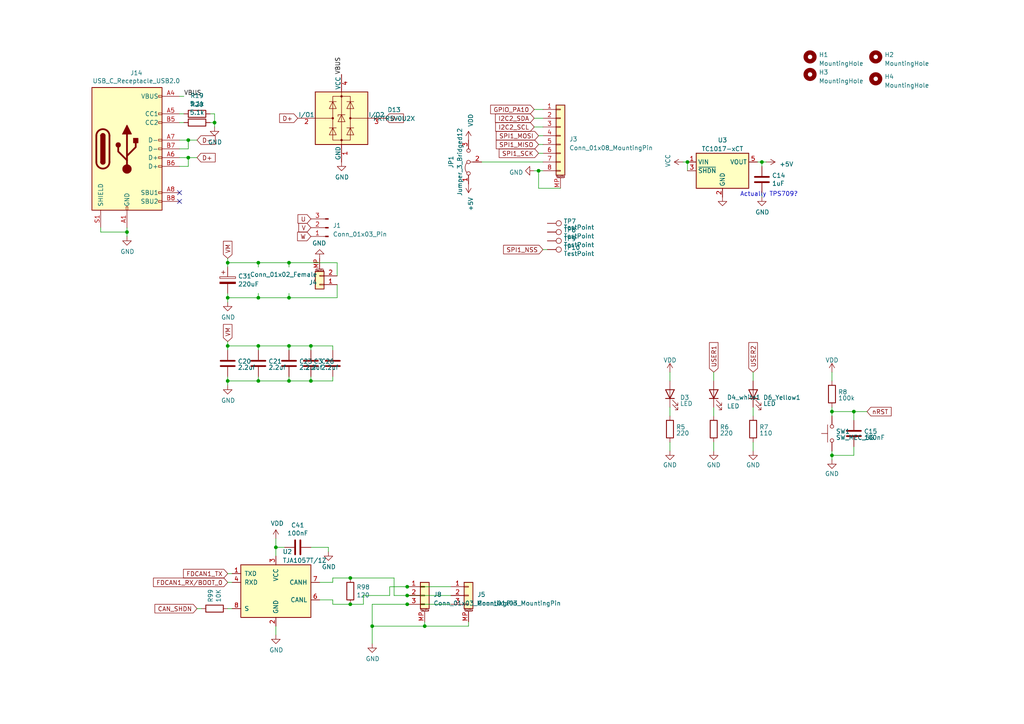
<source format=kicad_sch>
(kicad_sch (version 20230121) (generator eeschema)
  (paper "A4")
  (lib_symbols
    (symbol "Connector:Conn_01x03_Pin" (pin_names (offset 1.016) hide)
      (property "Reference" "J" (at 0 5.08 0))
      (property "Value" "Conn_01x03_Pin" (at 0 -5.08 0))
      (symbol "Conn_01x03_Pin_1_1"
        (polyline (pts (xy 1.27 -2.54) (xy 0.8636 -2.54)) (stroke (width 0.1524)))
        (polyline (pts (xy 1.27 0) (xy 0.8636 0)) (stroke (width 0.1524)))
        (polyline (pts (xy 1.27 2.54) (xy 0.8636 2.54)) (stroke (width 0.1524)))
        (rectangle (start 0.8636 -2.413) (end 0 -2.667) (stroke (width 0.1524)) (fill (type outline)))
        (rectangle (start 0.8636 0.127) (end 0 -0.127) (stroke (width 0.1524)) (fill (type outline)))
        (rectangle (start 0.8636 2.667) (end 0 2.413) (stroke (width 0.1524)) (fill (type outline)))
        (pin passive line (at 5.08 2.54 180) (length 3.81) (name "Pin_1") (number "1"))
        (pin passive line (at 5.08 0 180) (length 3.81) (name "Pin_2") (number "2"))
        (pin passive line (at 5.08 -2.54 180) (length 3.81) (name "Pin_3") (number "3"))
      )
    )
    (symbol "Connector:TestPoint" (pin_numbers hide) (pin_names (offset 0.762) hide)
      (property "Reference" "TP" (at 0 6.858 0))
      (property "Value" "TestPoint" (at 0 5.08 0))
      (symbol "TestPoint_0_1"
        (circle (center 0 3.302) (radius 0.762))
      )
      (symbol "TestPoint_1_1"
        (pin passive line (at 0 0 90) (length 2.54) (name "1") (number "1"))
      )
    )
    (symbol "Connector:USB_C_Receptacle_USB2.0" (pin_names (offset 1.016))
      (property "Reference" "J" (at -10.16 19.05 0))
      (property "Value" "USB_C_Receptacle_USB2.0" (at 19.05 19.05 0))
      (symbol "USB_C_Receptacle_USB2.0_0_0"
        (rectangle (start -0.254 -17.78) (end 0.254 -16.764))
        (rectangle (start 10.16 -14.986) (end 9.144 -15.494))
        (rectangle (start 10.16 -12.446) (end 9.144 -12.954))
        (rectangle (start 10.16 -4.826) (end 9.144 -5.334))
        (rectangle (start 10.16 -2.286) (end 9.144 -2.794))
        (rectangle (start 10.16 0.254) (end 9.144 -0.254))
        (rectangle (start 10.16 2.794) (end 9.144 2.286))
        (rectangle (start 10.16 7.874) (end 9.144 7.366))
        (rectangle (start 10.16 10.414) (end 9.144 9.906))
        (rectangle (start 10.16 15.494) (end 9.144 14.986))
      )
      (symbol "USB_C_Receptacle_USB2.0_0_1"
        (rectangle (start -10.16 17.78) (end 10.16 -17.78) (stroke (width 0.254)) (fill (type background)))
        (arc (start -8.89 -3.81) (mid -6.985 -5.7067) (end -5.08 -3.81) (stroke (width 0.508)))
        (arc (start -7.62 -3.81) (mid -6.985 -4.4423) (end -6.35 -3.81) (stroke (width 0.254)))
        (arc (start -7.62 -3.81) (mid -6.985 -4.4423) (end -6.35 -3.81) (stroke (width 0.254)) (fill (type outline)))
        (rectangle (start -7.62 -3.81) (end -6.35 3.81) (stroke (width 0.254)) (fill (type outline)))
        (arc (start -6.35 3.81) (mid -6.985 4.4423) (end -7.62 3.81) (stroke (width 0.254)))
        (arc (start -6.35 3.81) (mid -6.985 4.4423) (end -7.62 3.81) (stroke (width 0.254)) (fill (type outline)))
        (arc (start -5.08 3.81) (mid -6.985 5.7067) (end -8.89 3.81) (stroke (width 0.508)))
        (circle (center -2.54 1.143) (radius 0.635) (stroke (width 0.254)) (fill (type outline)))
        (circle (center 0 -5.842) (radius 1.27) (fill (type outline)))
        (polyline (pts (xy -8.89 -3.81) (xy -8.89 3.81)) (stroke (width 0.508)))
        (polyline (pts (xy -5.08 3.81) (xy -5.08 -3.81)) (stroke (width 0.508)))
        (polyline (pts (xy 0 -5.842) (xy 0 4.318)) (stroke (width 0.508)))
        (polyline (pts (xy 0 -3.302) (xy -2.54 -0.762) (xy -2.54 0.508)) (stroke (width 0.508)))
        (polyline (pts (xy 0 -2.032) (xy 2.54 0.508) (xy 2.54 1.778)) (stroke (width 0.508)))
        (polyline (pts (xy -1.27 4.318) (xy 0 6.858) (xy 1.27 4.318) (xy -1.27 4.318)) (stroke (width 0.254)) (fill (type outline)))
        (rectangle (start 1.905 1.778) (end 3.175 3.048) (stroke (width 0.254)) (fill (type outline)))
      )
      (symbol "USB_C_Receptacle_USB2.0_1_1"
        (pin passive line (at 0 -22.86 90) (length 5.08) (name "GND") (number "A1"))
        (pin passive line (at 0 -22.86 90) (length 5.08) hide (name "GND") (number "A12"))
        (pin passive line (at 15.24 15.24 180) (length 5.08) (name "VBUS") (number "A4"))
        (pin bidirectional line (at 15.24 10.16 180) (length 5.08) (name "CC1") (number "A5"))
        (pin bidirectional line (at 15.24 -2.54 180) (length 5.08) (name "D+") (number "A6"))
        (pin bidirectional line (at 15.24 2.54 180) (length 5.08) (name "D-") (number "A7"))
        (pin bidirectional line (at 15.24 -12.7 180) (length 5.08) (name "SBU1") (number "A8"))
        (pin passive line (at 15.24 15.24 180) (length 5.08) hide (name "VBUS") (number "A9"))
        (pin passive line (at 0 -22.86 90) (length 5.08) hide (name "GND") (number "B1"))
        (pin passive line (at 0 -22.86 90) (length 5.08) hide (name "GND") (number "B12"))
        (pin passive line (at 15.24 15.24 180) (length 5.08) hide (name "VBUS") (number "B4"))
        (pin bidirectional line (at 15.24 7.62 180) (length 5.08) (name "CC2") (number "B5"))
        (pin bidirectional line (at 15.24 -5.08 180) (length 5.08) (name "D+") (number "B6"))
        (pin bidirectional line (at 15.24 0 180) (length 5.08) (name "D-") (number "B7"))
        (pin bidirectional line (at 15.24 -15.24 180) (length 5.08) (name "SBU2") (number "B8"))
        (pin passive line (at 15.24 15.24 180) (length 5.08) hide (name "VBUS") (number "B9"))
        (pin passive line (at -7.62 -22.86 90) (length 5.08) (name "SHIELD") (number "S1"))
      )
    )
    (symbol "Connector_Generic_MountingPin:Conn_01x02_MountingPin" (pin_names (offset 1.016) hide)
      (property "Reference" "J" (at 0 2.54 0))
      (property "Value" "Conn_01x02_MountingPin" (at 1.27 -5.08 0))
      (symbol "Conn_01x02_MountingPin_1_1"
        (rectangle (start -1.27 -2.413) (end 0 -2.667) (stroke (width 0.1524)))
        (rectangle (start -1.27 0.127) (end 0 -0.127) (stroke (width 0.1524)))
        (rectangle (start -1.27 1.27) (end 1.27 -3.81) (stroke (width 0.254)) (fill (type background)))
        (polyline (pts (xy -1.016 -4.572) (xy 1.016 -4.572)) (stroke (width 0.1524)))
        (text "Mounting" (at 0 -4.191 0) (effects (font (size 0.381 0.381))))
        (pin passive line (at -5.08 0 0) (length 3.81) (name "Pin_1") (number "1"))
        (pin passive line (at -5.08 -2.54 0) (length 3.81) (name "Pin_2") (number "2"))
        (pin passive line (at 0 -7.62 90) (length 3.048) (name "MountPin") (number "MP"))
      )
    )
    (symbol "Connector_Generic_MountingPin:Conn_01x03_MountingPin" (pin_names (offset 1.016) hide)
      (property "Reference" "J" (at 0 5.08 0))
      (property "Value" "Conn_01x03_MountingPin" (at 1.27 -5.08 0))
      (symbol "Conn_01x03_MountingPin_1_1"
        (rectangle (start -1.27 -2.413) (end 0 -2.667) (stroke (width 0.1524)))
        (rectangle (start -1.27 0.127) (end 0 -0.127) (stroke (width 0.1524)))
        (rectangle (start -1.27 2.667) (end 0 2.413) (stroke (width 0.1524)))
        (rectangle (start -1.27 3.81) (end 1.27 -3.81) (stroke (width 0.254)) (fill (type background)))
        (polyline (pts (xy -1.016 -4.572) (xy 1.016 -4.572)) (stroke (width 0.1524)))
        (text "Mounting" (at 0 -4.191 0) (effects (font (size 0.381 0.381))))
        (pin passive line (at -5.08 2.54 0) (length 3.81) (name "Pin_1") (number "1"))
        (pin passive line (at -5.08 0 0) (length 3.81) (name "Pin_2") (number "2"))
        (pin passive line (at -5.08 -2.54 0) (length 3.81) (name "Pin_3") (number "3"))
        (pin passive line (at 0 -7.62 90) (length 3.048) (name "MountPin") (number "MP"))
      )
    )
    (symbol "Connector_Generic_MountingPin:Conn_01x08_MountingPin" (pin_names (offset 1.016) hide)
      (property "Reference" "J" (at 0 10.16 0))
      (property "Value" "Conn_01x08_MountingPin" (at 1.27 -12.7 0))
      (symbol "Conn_01x08_MountingPin_1_1"
        (rectangle (start -1.27 -10.033) (end 0 -10.287) (stroke (width 0.1524)))
        (rectangle (start -1.27 -7.493) (end 0 -7.747) (stroke (width 0.1524)))
        (rectangle (start -1.27 -4.953) (end 0 -5.207) (stroke (width 0.1524)))
        (rectangle (start -1.27 -2.413) (end 0 -2.667) (stroke (width 0.1524)))
        (rectangle (start -1.27 0.127) (end 0 -0.127) (stroke (width 0.1524)))
        (rectangle (start -1.27 2.667) (end 0 2.413) (stroke (width 0.1524)))
        (rectangle (start -1.27 5.207) (end 0 4.953) (stroke (width 0.1524)))
        (rectangle (start -1.27 7.747) (end 0 7.493) (stroke (width 0.1524)))
        (rectangle (start -1.27 8.89) (end 1.27 -11.43) (stroke (width 0.254)) (fill (type background)))
        (polyline (pts (xy -1.016 -12.192) (xy 1.016 -12.192)) (stroke (width 0.1524)))
        (text "Mounting" (at 0 -11.811 0) (effects (font (size 0.381 0.381))))
        (pin passive line (at -5.08 7.62 0) (length 3.81) (name "Pin_1") (number "1"))
        (pin passive line (at -5.08 5.08 0) (length 3.81) (name "Pin_2") (number "2"))
        (pin passive line (at -5.08 2.54 0) (length 3.81) (name "Pin_3") (number "3"))
        (pin passive line (at -5.08 0 0) (length 3.81) (name "Pin_4") (number "4"))
        (pin passive line (at -5.08 -2.54 0) (length 3.81) (name "Pin_5") (number "5"))
        (pin passive line (at -5.08 -5.08 0) (length 3.81) (name "Pin_6") (number "6"))
        (pin passive line (at -5.08 -7.62 0) (length 3.81) (name "Pin_7") (number "7"))
        (pin passive line (at -5.08 -10.16 0) (length 3.81) (name "Pin_8") (number "8"))
        (pin passive line (at 0 -15.24 90) (length 3.048) (name "MountPin") (number "MP"))
      )
    )
    (symbol "Device:C" (pin_numbers hide) (pin_names (offset 0.254))
      (property "Reference" "C" (at 0.635 2.54 0))
      (property "Value" "C" (at 0.635 -2.54 0))
      (symbol "C_0_1"
        (polyline (pts (xy -2.032 -0.762) (xy 2.032 -0.762)) (stroke (width 0.508)))
        (polyline (pts (xy -2.032 0.762) (xy 2.032 0.762)) (stroke (width 0.508)))
      )
      (symbol "C_1_1"
        (pin passive line (at 0 3.81 270) (length 2.794) (name "~") (number "1"))
        (pin passive line (at 0 -3.81 90) (length 2.794) (name "~") (number "2"))
      )
    )
    (symbol "Device:CP" (pin_numbers hide) (pin_names (offset 0.254))
      (property "Reference" "C" (at 0.635 2.54 0))
      (property "Value" "CP" (at 0.635 -2.54 0))
      (symbol "CP_0_1"
        (rectangle (start -2.286 0.508) (end 2.286 1.016))
        (polyline (pts (xy -1.778 2.286) (xy -0.762 2.286)))
        (polyline (pts (xy -1.27 2.794) (xy -1.27 1.778)))
        (rectangle (start 2.286 -0.508) (end -2.286 -1.016) (fill (type outline)))
      )
      (symbol "CP_1_1"
        (pin passive line (at 0 3.81 270) (length 2.794) (name "~") (number "1"))
        (pin passive line (at 0 -3.81 90) (length 2.794) (name "~") (number "2"))
      )
    )
    (symbol "Device:LED" (pin_numbers hide) (pin_names (offset 1.016) hide)
      (property "Reference" "D" (at 0 2.54 0))
      (property "Value" "LED" (at 0 -2.54 0))
      (symbol "LED_0_1"
        (polyline (pts (xy -1.27 -1.27) (xy -1.27 1.27)) (stroke (width 0.254)))
        (polyline (pts (xy -1.27 0) (xy 1.27 0)))
        (polyline (pts (xy 1.27 -1.27) (xy 1.27 1.27) (xy -1.27 0) (xy 1.27 -1.27)) (stroke (width 0.254)))
        (polyline (pts (xy -3.048 -0.762) (xy -4.572 -2.286) (xy -3.81 -2.286) (xy -4.572 -2.286) (xy -4.572 -1.524)))
        (polyline (pts (xy -1.778 -0.762) (xy -3.302 -2.286) (xy -2.54 -2.286) (xy -3.302 -2.286) (xy -3.302 -1.524)))
      )
      (symbol "LED_1_1"
        (pin passive line (at -3.81 0 0) (length 2.54) (name "K") (number "1"))
        (pin passive line (at 3.81 0 180) (length 2.54) (name "A") (number "2"))
      )
    )
    (symbol "Device:R" (pin_numbers hide) (pin_names (offset 0))
      (property "Reference" "R" (at 2.032 0 90))
      (property "Value" "R" (at 0 0 90))
      (symbol "R_0_1"
        (rectangle (start -1.016 -2.54) (end 1.016 2.54) (stroke (width 0.254)))
      )
      (symbol "R_1_1"
        (pin passive line (at 0 3.81 270) (length 1.27) (name "~") (number "1"))
        (pin passive line (at 0 -3.81 90) (length 1.27) (name "~") (number "2"))
      )
    )
    (symbol "Interface_CAN_LIN:TJA1051T" (pin_names (offset 1.016))
      (property "Reference" "U" (at -10.16 8.89 0))
      (property "Value" "TJA1051T" (at 1.27 8.89 0))
      (symbol "TJA1051T_0_1"
        (rectangle (start -10.16 7.62) (end 10.16 -7.62) (stroke (width 0.254)) (fill (type background)))
      )
      (symbol "TJA1051T_1_1"
        (pin input line (at -12.7 5.08 0) (length 2.54) (name "TXD") (number "1"))
        (pin power_in line (at 0 -10.16 90) (length 2.54) (name "GND") (number "2"))
        (pin power_in line (at 0 10.16 270) (length 2.54) (name "VCC") (number "3"))
        (pin output line (at -12.7 2.54 0) (length 2.54) (name "RXD") (number "4"))
        (pin no_connect line (at -12.7 -2.54 0) (length 2.54) hide (name "n.c.") (number "5"))
        (pin bidirectional line (at 12.7 -2.54 180) (length 2.54) (name "CANL") (number "6"))
        (pin bidirectional line (at 12.7 2.54 180) (length 2.54) (name "CANH") (number "7"))
        (pin input line (at -12.7 -5.08 0) (length 2.54) (name "S") (number "8"))
      )
    )
    (symbol "Jumper:Jumper_3_Bridged12" (pin_names (offset 0) hide)
      (property "Reference" "JP" (at -2.54 -2.54 0))
      (property "Value" "Jumper_3_Bridged12" (at 0 2.794 0))
      (symbol "Jumper_3_Bridged12_0_0"
        (circle (center -3.302 0) (radius 0.508))
        (circle (center 0 0) (radius 0.508))
        (circle (center 3.302 0) (radius 0.508))
      )
      (symbol "Jumper_3_Bridged12_0_1"
        (arc (start -0.254 0.508) (mid -1.651 0.9912) (end -3.048 0.508))
        (polyline (pts (xy 0 -1.27) (xy 0 -0.508)))
      )
      (symbol "Jumper_3_Bridged12_1_1"
        (pin passive line (at -6.35 0 0) (length 2.54) (name "A") (number "1"))
        (pin passive line (at 0 -3.81 90) (length 2.54) (name "C") (number "2"))
        (pin passive line (at 6.35 0 180) (length 2.54) (name "B") (number "3"))
      )
    )
    (symbol "Mechanical:MountingHole" (pin_names (offset 1.016))
      (property "Reference" "H" (at 0 5.08 0))
      (property "Value" "MountingHole" (at 0 3.175 0))
      (symbol "MountingHole_0_1"
        (circle (center 0 0) (radius 1.27) (stroke (width 1.27)))
      )
    )
    (symbol "Power_Protection:PRTR5V0U2X" (pin_names (offset 0))
      (property "Reference" "D" (at 2.794 8.636 0))
      (property "Value" "PRTR5V0U2X" (at 8.128 -9.398 0))
      (symbol "PRTR5V0U2X_0_1"
        (rectangle (start -7.62 -7.62) (end 7.62 7.62) (stroke (width 0.254)) (fill (type background)))
        (circle (center -2.54 0) (radius 0.254) (fill (type outline)))
        (rectangle (start -2.54 6.35) (end 2.54 -6.35))
        (circle (center 0 -6.35) (radius 0.254) (fill (type outline)))
        (polyline (pts (xy -2.54 0) (xy -7.62 0)))
        (polyline (pts (xy -1.524 -2.794) (xy -3.556 -2.794)))
        (polyline (pts (xy -1.524 4.826) (xy -3.556 4.826)))
        (polyline (pts (xy 0 -7.62) (xy 0 7.62)))
        (polyline (pts (xy 1.524 -2.794) (xy 3.556 -2.794)))
        (polyline (pts (xy 1.524 4.826) (xy 3.556 4.826)))
        (polyline (pts (xy 2.54 0) (xy 7.62 0)))
        (polyline (pts (xy 1.016 1.016) (xy -1.016 1.016) (xy -1.016 0.508)))
        (polyline (pts (xy -3.556 -4.826) (xy -1.524 -4.826) (xy -2.54 -2.794) (xy -3.556 -4.826)))
        (polyline (pts (xy -3.556 2.794) (xy -1.524 2.794) (xy -2.54 4.826) (xy -3.556 2.794)))
        (polyline (pts (xy -1.016 -1.016) (xy 1.016 -1.016) (xy 0 1.016) (xy -1.016 -1.016)))
        (polyline (pts (xy 3.556 -4.826) (xy 1.524 -4.826) (xy 2.54 -2.794) (xy 3.556 -4.826)))
        (polyline (pts (xy 3.556 2.794) (xy 1.524 2.794) (xy 2.54 4.826) (xy 3.556 2.794)))
        (circle (center 0 6.35) (radius 0.254) (fill (type outline)))
        (circle (center 2.54 0) (radius 0.254) (fill (type outline)))
      )
      (symbol "PRTR5V0U2X_1_1"
        (pin passive line (at 0 -12.7 90) (length 5.08) (name "GND") (number "1"))
        (pin passive line (at -12.7 0 0) (length 5.08) (name "I/O1") (number "2"))
        (pin passive line (at 12.7 0 180) (length 5.08) (name "I/O2") (number "3"))
        (pin passive line (at 0 12.7 270) (length 5.08) (name "VCC") (number "4"))
      )
    )
    (symbol "Regulator_Linear:TC1017-xCT"
      (property "Reference" "U" (at -6.35 6.35 0))
      (property "Value" "TC1017-xCT" (at 0 6.35 0))
      (symbol "TC1017-xCT_0_1"
        (rectangle (start -7.62 5.08) (end 7.62 -5.08) (stroke (width 0.254)) (fill (type background)))
      )
      (symbol "TC1017-xCT_1_1"
        (pin power_in line (at -10.16 2.54 0) (length 2.54) (name "VIN") (number "1"))
        (pin power_in line (at 0 -7.62 90) (length 2.54) (name "GND") (number "2"))
        (pin input line (at -10.16 0 0) (length 2.54) (name "~{SHDN}") (number "3"))
        (pin no_connect line (at 7.62 0 180) (length 2.54) hide (name "NC") (number "4"))
        (pin power_out line (at 10.16 2.54 180) (length 2.54) (name "VOUT") (number "5"))
      )
    )
    (symbol "Switch:SW_Push" (pin_numbers hide) (pin_names (offset 1.016) hide)
      (property "Reference" "SW" (at 1.27 2.54 0))
      (property "Value" "SW_Push" (at 0 -1.524 0))
      (symbol "SW_Push_0_1"
        (circle (center -2.032 0) (radius 0.508))
        (polyline (pts (xy 0 1.27) (xy 0 3.048)))
        (polyline (pts (xy 2.54 1.27) (xy -2.54 1.27)))
        (circle (center 2.032 0) (radius 0.508))
        (pin passive line (at -5.08 0 0) (length 2.54) (name "1") (number "1"))
        (pin passive line (at 5.08 0 180) (length 2.54) (name "2") (number "2"))
      )
    )
    (symbol "power:+5V" (power) (pin_names (offset 0))
      (property "Value" "+5V" (at 0 3.556 0))
      (symbol "+5V_0_1"
        (polyline (pts (xy -0.762 1.27) (xy 0 2.54)))
        (polyline (pts (xy 0 0) (xy 0 2.54)))
        (polyline (pts (xy 0 2.54) (xy 0.762 1.27)))
      )
      (symbol "+5V_1_1"
        (pin power_in line (at 0 0 90) (length 0) hide (name "+5V") (number "1"))
      )
    )
    (symbol "power:GND" (power) (pin_names (offset 0))
      (property "Value" "GND" (at 0 -3.81 0))
      (symbol "GND_0_1"
        (polyline (pts (xy 0 0) (xy 0 -1.27) (xy 1.27 -1.27) (xy 0 -2.54) (xy -1.27 -1.27) (xy 0 -1.27)))
      )
      (symbol "GND_1_1"
        (pin power_in line (at 0 0 270) (length 0) hide (name "GND") (number "1"))
      )
    )
    (symbol "power:VCC" (power) (pin_names (offset 0))
      (property "Value" "VCC" (at 0 3.81 0))
      (symbol "VCC_0_1"
        (polyline (pts (xy -0.762 1.27) (xy 0 2.54)))
        (polyline (pts (xy 0 0) (xy 0 2.54)))
        (polyline (pts (xy 0 2.54) (xy 0.762 1.27)))
      )
      (symbol "VCC_1_1"
        (pin power_in line (at 0 0 90) (length 0) hide (name "VCC") (number "1"))
      )
    )
    (symbol "power:VDD" (power) (pin_names (offset 0))
      (property "Value" "VDD" (at 0 3.81 0))
      (symbol "VDD_0_1"
        (polyline (pts (xy -0.762 1.27) (xy 0 2.54)))
        (polyline (pts (xy 0 0) (xy 0 2.54)))
        (polyline (pts (xy 0 2.54) (xy 0.762 1.27)))
      )
      (symbol "VDD_1_1"
        (pin power_in line (at 0 0 90) (length 0) hide (name "VDD") (number "1"))
      )
    )
  )
  (junction (at 54.61 40.64))
  (junction (at 66.04 86.36))
  (junction (at 247.65 119.38))
  (junction (at 220.98 46.99))
  (junction (at 66.04 110.49))
  (junction (at 101.6 167.64))
  (junction (at 156.21 49.53))
  (junction (at 118.11 172.72))
  (junction (at 74.93 76.2))
  (junction (at 241.3 119.38))
  (junction (at 118.11 170.18))
  (junction (at 90.17 100.33))
  (junction (at 241.3 132.08))
  (junction (at 66.04 76.2))
  (junction (at 107.95 181.61))
  (junction (at 199.39 46.99))
  (junction (at 66.04 100.33))
  (junction (at 83.82 110.49))
  (junction (at 74.93 100.33))
  (junction (at 118.11 175.26))
  (junction (at 83.82 76.2))
  (junction (at 123.19 181.61))
  (junction (at 83.82 86.36))
  (junction (at 74.93 86.36))
  (junction (at 101.6 175.26))
  (junction (at 62.23 35.56))
  (junction (at 90.17 110.49))
  (junction (at 36.83 67.31))
  (junction (at 83.82 100.33))
  (junction (at 74.93 110.49))
  (junction (at 80.01 158.75))
  (junction (at 54.61 45.72))
  (no_connect (at 52.07 58.42))
  (no_connect (at 52.07 55.88))
  (wire (pts (xy 74.93 85.09) (xy 74.93 86.36)))
  (wire (pts (xy 90.17 110.49) (xy 96.52 110.49)))
  (wire (pts (xy 220.98 48.26) (xy 220.98 46.99)))
  (wire (pts (xy 90.17 100.33) (xy 96.52 100.33)))
  (wire (pts (xy 101.6 167.64) (xy 114.3 167.64)))
  (wire (pts (xy 157.48 72.39) (xy 158.75 72.39)))
  (wire (pts (xy 95.25 158.75) (xy 95.25 160.02)))
  (wire (pts (xy 66.04 100.33) (xy 66.04 101.6)))
  (wire (pts (xy 198.12 46.99) (xy 199.39 46.99)))
  (wire (pts (xy 118.11 172.72) (xy 130.81 172.72)))
  (wire (pts (xy 74.93 100.33) (xy 83.82 100.33)))
  (wire (pts (xy 66.04 168.91) (xy 67.31 168.91)))
  (wire (pts (xy 247.65 119.38) (xy 247.65 121.92)))
  (wire (pts (xy 156.21 44.45) (xy 157.48 44.45)))
  (wire (pts (xy 123.19 181.61) (xy 135.89 181.61)))
  (wire (pts (xy 96.52 167.64) (xy 101.6 167.64)))
  (wire (pts (xy 96.52 110.49) (xy 96.52 109.22)))
  (wire (pts (xy 92.71 168.91) (xy 96.52 168.91)))
  (wire (pts (xy 66.04 110.49) (xy 66.04 111.76)))
  (wire (pts (xy 54.61 45.72) (xy 57.15 45.72)))
  (wire (pts (xy 207.01 118.11) (xy 207.01 120.65)))
  (wire (pts (xy 96.52 175.26) (xy 96.52 173.99)))
  (wire (pts (xy 241.3 107.95) (xy 241.3 110.49)))
  (wire (pts (xy 83.82 100.33) (xy 90.17 100.33)))
  (wire (pts (xy 54.61 40.64) (xy 57.15 40.64)))
  (wire (pts (xy 52.07 40.64) (xy 54.61 40.64)))
  (wire (pts (xy 90.17 110.49) (xy 90.17 109.22)))
  (wire (pts (xy 96.52 173.99) (xy 92.71 173.99)))
  (wire (pts (xy 66.04 99.06) (xy 66.04 100.33)))
  (wire (pts (xy 241.3 132.08) (xy 241.3 133.35)))
  (wire (pts (xy 36.83 66.04) (xy 36.83 67.31)))
  (wire (pts (xy 156.21 41.91) (xy 157.48 41.91)))
  (wire (pts (xy 241.3 119.38) (xy 241.3 120.65)))
  (wire (pts (xy 60.96 35.56) (xy 62.23 35.56)))
  (wire (pts (xy 113.03 170.18) (xy 118.11 170.18)))
  (wire (pts (xy 105.41 175.26) (xy 101.6 175.26)))
  (wire (pts (xy 218.44 128.27) (xy 218.44 130.81)))
  (wire (pts (xy 247.65 119.38) (xy 251.46 119.38)))
  (wire (pts (xy 66.04 86.36) (xy 66.04 85.09)))
  (wire (pts (xy 97.79 80.01) (xy 97.79 76.2)))
  (wire (pts (xy 207.01 128.27) (xy 207.01 130.81)))
  (wire (pts (xy 83.82 110.49) (xy 74.93 110.49)))
  (wire (pts (xy 118.11 170.18) (xy 130.81 170.18)))
  (wire (pts (xy 83.82 110.49) (xy 90.17 110.49)))
  (wire (pts (xy 162.56 54.61) (xy 156.21 54.61)))
  (wire (pts (xy 241.3 130.81) (xy 241.3 132.08)))
  (wire (pts (xy 156.21 54.61) (xy 156.21 49.53)))
  (wire (pts (xy 118.11 175.26) (xy 107.95 175.26)))
  (wire (pts (xy 66.04 166.37) (xy 67.31 166.37)))
  (wire (pts (xy 83.82 76.2) (xy 74.93 76.2)))
  (wire (pts (xy 105.41 172.72) (xy 105.41 175.26)))
  (wire (pts (xy 118.11 172.72) (xy 114.3 172.72)))
  (wire (pts (xy 52.07 27.94) (xy 53.34 27.94)))
  (wire (pts (xy 199.39 46.99) (xy 199.39 49.53)))
  (wire (pts (xy 207.01 107.95) (xy 207.01 110.49)))
  (wire (pts (xy 66.04 109.22) (xy 66.04 110.49)))
  (wire (pts (xy 74.93 86.36) (xy 83.82 86.36)))
  (wire (pts (xy 90.17 100.33) (xy 90.17 101.6)))
  (wire (pts (xy 154.94 31.75) (xy 157.48 31.75)))
  (wire (pts (xy 247.65 129.54) (xy 247.65 132.08)))
  (wire (pts (xy 218.44 107.95) (xy 218.44 110.49)))
  (wire (pts (xy 74.93 109.22) (xy 74.93 110.49)))
  (wire (pts (xy 218.44 118.11) (xy 218.44 120.65)))
  (wire (pts (xy 66.04 100.33) (xy 74.93 100.33)))
  (wire (pts (xy 83.82 85.09) (xy 83.82 86.36)))
  (wire (pts (xy 107.95 181.61) (xy 123.19 181.61)))
  (wire (pts (xy 74.93 100.33) (xy 74.93 101.6)))
  (wire (pts (xy 66.04 86.36) (xy 74.93 86.36)))
  (wire (pts (xy 90.17 158.75) (xy 95.25 158.75)))
  (wire (pts (xy 135.89 181.61) (xy 135.89 180.34)))
  (wire (pts (xy 113.03 172.72) (xy 113.03 170.18)))
  (wire (pts (xy 107.95 181.61) (xy 107.95 186.69)))
  (wire (pts (xy 156.21 39.37) (xy 157.48 39.37)))
  (wire (pts (xy 220.98 46.99) (xy 219.71 46.99)))
  (wire (pts (xy 54.61 40.64) (xy 54.61 43.18)))
  (wire (pts (xy 29.21 66.04) (xy 29.21 67.31)))
  (wire (pts (xy 220.98 55.88) (xy 220.98 57.15)))
  (wire (pts (xy 123.19 180.34) (xy 123.19 181.61)))
  (wire (pts (xy 80.01 158.75) (xy 80.01 156.21)))
  (wire (pts (xy 80.01 181.61) (xy 80.01 184.15)))
  (wire (pts (xy 57.15 176.53) (xy 58.42 176.53)))
  (wire (pts (xy 83.82 77.47) (xy 83.82 76.2)))
  (wire (pts (xy 96.52 168.91) (xy 96.52 167.64)))
  (wire (pts (xy 194.31 128.27) (xy 194.31 130.81)))
  (wire (pts (xy 74.93 76.2) (xy 66.04 76.2)))
  (wire (pts (xy 154.94 34.29) (xy 157.48 34.29)))
  (wire (pts (xy 80.01 161.29) (xy 80.01 158.75)))
  (wire (pts (xy 194.31 107.95) (xy 194.31 110.49)))
  (wire (pts (xy 52.07 43.18) (xy 54.61 43.18)))
  (wire (pts (xy 62.23 33.02) (xy 60.96 33.02)))
  (wire (pts (xy 241.3 132.08) (xy 247.65 132.08)))
  (wire (pts (xy 156.21 49.53) (xy 157.48 49.53)))
  (wire (pts (xy 74.93 110.49) (xy 66.04 110.49)))
  (wire (pts (xy 74.93 77.47) (xy 74.93 76.2)))
  (wire (pts (xy 67.31 176.53) (xy 66.04 176.53)))
  (wire (pts (xy 66.04 77.47) (xy 66.04 76.2)))
  (wire (pts (xy 154.94 36.83) (xy 157.48 36.83)))
  (wire (pts (xy 114.3 172.72) (xy 114.3 167.64)))
  (wire (pts (xy 241.3 118.11) (xy 241.3 119.38)))
  (wire (pts (xy 220.98 46.99) (xy 222.25 46.99)))
  (wire (pts (xy 52.07 33.02) (xy 53.34 33.02)))
  (wire (pts (xy 66.04 76.2) (xy 66.04 74.93)))
  (wire (pts (xy 29.21 67.31) (xy 36.83 67.31)))
  (wire (pts (xy 105.41 172.72) (xy 113.03 172.72)))
  (wire (pts (xy 107.95 175.26) (xy 107.95 181.61)))
  (wire (pts (xy 101.6 175.26) (xy 96.52 175.26)))
  (wire (pts (xy 154.94 49.53) (xy 156.21 49.53)))
  (wire (pts (xy 52.07 45.72) (xy 54.61 45.72)))
  (wire (pts (xy 62.23 35.56) (xy 62.23 33.02)))
  (wire (pts (xy 80.01 158.75) (xy 82.55 158.75)))
  (wire (pts (xy 52.07 48.26) (xy 54.61 48.26)))
  (wire (pts (xy 194.31 118.11) (xy 194.31 120.65)))
  (wire (pts (xy 52.07 35.56) (xy 53.34 35.56)))
  (wire (pts (xy 97.79 86.36) (xy 97.79 82.55)))
  (wire (pts (xy 97.79 76.2) (xy 83.82 76.2)))
  (wire (pts (xy 83.82 109.22) (xy 83.82 110.49)))
  (wire (pts (xy 83.82 86.36) (xy 97.79 86.36)))
  (wire (pts (xy 66.04 87.63) (xy 66.04 86.36)))
  (wire (pts (xy 83.82 101.6) (xy 83.82 100.33)))
  (wire (pts (xy 118.11 175.26) (xy 130.81 175.26)))
  (wire (pts (xy 36.83 67.31) (xy 36.83 68.58)))
  (wire (pts (xy 241.3 119.38) (xy 247.65 119.38)))
  (wire (pts (xy 62.23 36.83) (xy 62.23 35.56)))
  (wire (pts (xy 139.7 46.99) (xy 157.48 46.99)))
  (wire (pts (xy 54.61 48.26) (xy 54.61 45.72)))
  (wire (pts (xy 96.52 100.33) (xy 96.52 101.6)))
  (text "Actually TPS709?" (at 214.63 57.15 0) (effects (font (size 1.27 1.27)) (justify left bottom)))
  (label "VBUS" (at 53.34 27.94 0))
  (label "VBUS" (at 99.06 21.59 90))
  (global_label "CAN_SHDN" (shape input) (at 57.15 176.53 180) (property "Intersheetrefs" "${INTERSHEET_REFS}" (effects hide)))
  (global_label "VM" (shape input) (at 66.04 74.93 90) (property "Intersheetrefs" "${INTERSHEET_REFS}" (effects hide)))
  (global_label "I2C2_SCL" (shape input) (at 154.94 36.83 180) (property "Intersheetrefs" "${INTERSHEET_REFS}" (effects hide)))
  (global_label "nRST" (shape input) (at 251.46 119.38 0) (property "Intersheetrefs" "${INTERSHEET_REFS}" (effects hide)))
  (global_label "SPI1_SCK" (shape input) (at 156.21 44.45 180) (property "Intersheetrefs" "${INTERSHEET_REFS}" (effects hide)))
  (global_label "W" (shape input) (at 90.17 68.58 180) (property "Intersheetrefs" "${INTERSHEET_REFS}" (effects hide)))
  (global_label "FDCAN1_TX" (shape input) (at 66.04 166.37 180) (property "Intersheetrefs" "${INTERSHEET_REFS}" (effects hide)))
  (global_label "D+" (shape input) (at 57.15 45.72 0) (property "Intersheetrefs" "${INTERSHEET_REFS}" (effects hide)))
  (global_label "SPI1_MOSI" (shape input) (at 156.21 39.37 180) (property "Intersheetrefs" "${INTERSHEET_REFS}" (effects hide)))
  (global_label "U" (shape input) (at 90.17 63.5 180) (property "Intersheetrefs" "${INTERSHEET_REFS}" (effects hide)))
  (global_label "VM" (shape input) (at 66.04 99.06 90) (property "Intersheetrefs" "${INTERSHEET_REFS}" (effects hide)))
  (global_label "D-" (shape input) (at 111.76 34.29 0) (property "Intersheetrefs" "${INTERSHEET_REFS}" (effects hide)))
  (global_label "USER2" (shape input) (at 218.44 107.95 90) (property "Intersheetrefs" "${INTERSHEET_REFS}" (effects hide)))
  (global_label "D-" (shape input) (at 57.15 40.64 0) (property "Intersheetrefs" "${INTERSHEET_REFS}" (effects hide)))
  (global_label "SPI1_MISO" (shape input) (at 156.21 41.91 180) (property "Intersheetrefs" "${INTERSHEET_REFS}" (effects hide)))
  (global_label "GPIO_PA10" (shape input) (at 154.94 31.75 180) (property "Intersheetrefs" "${INTERSHEET_REFS}" (effects hide)))
  (global_label "V" (shape input) (at 90.17 66.04 180) (property "Intersheetrefs" "${INTERSHEET_REFS}" (effects hide)))
  (global_label "I2C2_SDA" (shape input) (at 154.94 34.29 180) (property "Intersheetrefs" "${INTERSHEET_REFS}" (effects hide)))
  (global_label "FDCAN1_RX{slash}BOOT_0" (shape input) (at 66.04 168.91 180) (property "Intersheetrefs" "${INTERSHEET_REFS}" (effects hide)))
  (global_label "D+" (shape input) (at 86.36 34.29 180) (property "Intersheetrefs" "${INTERSHEET_REFS}" (effects hide)))
  (global_label "USER1" (shape input) (at 207.01 107.95 90) (property "Intersheetrefs" "${INTERSHEET_REFS}" (effects hide)))
  (global_label "SPI1_NSS" (shape input) (at 157.48 72.39 180) (property "Intersheetrefs" "${INTERSHEET_REFS}" (effects hide)))
  (symbol (lib_id "Device:R") (at 101.6 171.45 0) (unit 1)
    (property "Reference" "R98" (at 103.378 170.2816 0) (effects (justify left)))
    (property "Value" "120" (at 103.378 172.593 0) (effects (justify left)))
    (property "Footprint" "Resistor_SMD:R_0402_1005Metric" (effects hide))
  )
  (symbol (lib_id "power:GND") (at 80.01 184.15 0) (unit 1)
    (property "Reference" "#PWR0137" (effects hide))
    (property "Value" "GND" (at 80.137 188.5442 0))
  )
  (symbol (lib_id "power:GND") (at 107.95 186.69 0) (unit 1)
    (property "Reference" "#PWR0139" (effects hide))
    (property "Value" "GND" (at 108.077 191.0842 0))
  )
  (symbol (lib_id "power:VDD") (at 80.01 156.21 0) (unit 1)
    (property "Reference" "#PWR0138" (effects hide))
    (property "Value" "VDD" (at 80.391 151.8158 0))
  )
  (symbol (lib_id "power:GND") (at 95.25 160.02 0) (unit 1)
    (property "Reference" "#PWR0140" (effects hide))
    (property "Value" "GND" (at 95.377 164.4142 0))
  )
  (symbol (lib_id "Connector_Generic_MountingPin:Conn_01x02_MountingPin") (at 92.71 82.55 180) (unit 1)
    (property "Reference" "J4" (at 91.9988 81.9404 0) (effects (justify left)))
    (property "Value" "Conn_01x02_Female" (at 91.9988 79.629 0) (effects (justify left)))
    (property "Footprint" "Connector_AMASS:AMASS_XT30PW-M_1x02_P2.50mm_Horizontal" (effects hide))
  )
  (symbol (lib_id "Device:C") (at 86.36 158.75 270) (unit 1)
    (property "Reference" "C41" (at 86.36 152.3492 90))
    (property "Value" "100nF" (at 86.36 154.6606 90))
    (property "Footprint" "Capacitor_SMD:C_0402_1005Metric" (effects hide))
  )
  (symbol (lib_id "power:GND") (at 66.04 87.63 0) (unit 1)
    (property "Reference" "#PWR0136" (effects hide))
    (property "Value" "GND" (at 66.167 92.0242 0))
  )
  (symbol (lib_id "power:GND") (at 207.01 130.81 0) (unit 1)
    (property "Reference" "#PWR0145" (effects hide))
    (property "Value" "GND" (at 207.01 134.8661 0))
  )
  (symbol (lib_id "Device:LED") (at 218.44 114.3 90) (unit 1)
    (property "Reference" "D6_Yellow1" (at 221.361 115.293 90) (effects (justify right)))
    (property "Value" "LED" (at 221.361 117.0552 90) (effects (justify right)))
    (property "Footprint" "LED_SMD:LED_0805_2012Metric" (effects hide))
  )
  (symbol (lib_id "Device:R") (at 57.15 35.56 270) (unit 1)
    (property "Reference" "R20" (at 57.15 30.3022 90))
    (property "Value" "5.1k" (at 57.15 32.6136 90))
    (property "Footprint" "Resistor_SMD:R_0402_1005Metric" (effects hide))
    (property "LCSC Part" "C23186" (effects hide))
  )
  (symbol (lib_id "power:GND") (at 92.71 74.93 180) (unit 1)
    (property "Reference" "#PWR0157" (effects hide))
    (property "Value" "GND" (at 92.583 70.5358 0))
  )
  (symbol (lib_id "Device:C") (at 96.52 105.41 0) (mirror y) (unit 1)
    (property "Reference" "C3" (at 93.599 104.8155 0) (effects (justify left)))
    (property "Value" "2.2uf" (at 93.599 106.5777 0) (effects (justify left)))
    (property "Footprint" "Capacitor_SMD:C_1206_3216Metric" (effects hide))
    (property "LCSC Part" "C650969" (effects hide))
  )
  (symbol (lib_id "Connector:TestPoint") (at 158.75 64.77 270) (unit 1)
    (property "Reference" "TP7" (at 163.449 64.1755 90) (effects (justify left)))
    (property "Value" "TestPoint" (at 163.449 65.9377 90) (effects (justify left)))
    (property "Footprint" "TestPoint:TestPoint_Pad_D1.0mm" (effects hide))
  )
  (symbol (lib_id "Device:C") (at 66.04 105.41 0) (unit 1)
    (property "Reference" "C20" (at 68.961 104.8155 0) (effects (justify left)))
    (property "Value" "2.2uf" (at 68.961 106.5777 0) (effects (justify left)))
    (property "Footprint" "Capacitor_SMD:C_1206_3216Metric" (effects hide))
    (property "LCSC Part" "C650969" (effects hide))
  )
  (symbol (lib_id "power:GND") (at 220.98 57.15 0) (unit 1)
    (property "Reference" "#PWR0108" (effects hide))
    (property "Value" "GND" (at 221.107 61.5442 0))
    (instances (project "STSPIN32G4_V2" (path "" (reference "#PWR0108") (unit 1)) (path "" (reference "#PWR0109") (unit 1))))
  )
  (symbol (lib_id "Connector:TestPoint") (at 158.75 69.85 270) (unit 1)
    (property "Reference" "TP9" (at 163.449 69.2555 90) (effects (justify left)))
    (property "Value" "TestPoint" (at 163.449 71.0177 90) (effects (justify left)))
    (property "Footprint" "TestPoint:TestPoint_Pad_D1.0mm" (effects hide))
  )
  (symbol (lib_id "Device:C") (at 74.93 105.41 0) (unit 1)
    (property "Reference" "C21" (at 77.851 104.8155 0) (effects (justify left)))
    (property "Value" "2.2uf" (at 77.851 106.5777 0) (effects (justify left)))
    (property "Footprint" "Capacitor_SMD:C_1206_3216Metric" (effects hide))
    (property "LCSC Part" "C650969" (effects hide))
  )
  (symbol (lib_id "Device:C") (at 220.98 52.07 0) (unit 1)
    (property "Reference" "C14" (at 223.901 50.9016 0) (effects (justify left)))
    (property "Value" "1uF" (at 223.901 53.213 0) (effects (justify left)))
    (property "Footprint" "Capacitor_SMD:C_0402_1005Metric" (effects hide))
  )
  (symbol (lib_id "Connector:USB_C_Receptacle_USB2.0") (at 36.83 43.18 0) (unit 1)
    (property "Reference" "J14" (at 39.5478 21.1582 0))
    (property "Value" "USB_C_Receptacle_USB2.0" (at 39.5478 23.4696 0))
    (property "Footprint" "Connector_USB:USB_C_Receptacle_XKB_U262-16XN-4BVC11" (effects hide))
    (property "Datasheet" "https://www.usb.org/sites/default/files/documents/usb_type-c.zip" (effects hide))
    (property "LCSC Part" "C165948" (effects hide))
  )
  (symbol (lib_id "Connector:TestPoint") (at 158.75 72.39 270) (unit 1)
    (property "Reference" "TP10" (at 163.449 71.7955 90) (effects (justify left)))
    (property "Value" "TestPoint" (at 163.449 73.5577 90) (effects (justify left)))
    (property "Footprint" "TestPoint:TestPoint_Pad_D1.5mm" (effects hide))
  )
  (symbol (lib_id "power:GND") (at 36.83 68.58 0) (unit 1)
    (property "Reference" "#PWR0159" (effects hide))
    (property "Value" "GND" (at 36.957 72.9742 0))
    (instances (project "STSPIN32G4_V2" (path "" (reference "#PWR0159") (unit 1))) (project "pico_twister" (path "" (reference "#PWR0147") (unit 1))))
  )
  (symbol (lib_id "Connector:TestPoint") (at 158.75 67.31 270) (unit 1)
    (property "Reference" "TP8" (at 163.449 66.7155 90) (effects (justify left)))
    (property "Value" "TestPoint" (at 163.449 68.4777 90) (effects (justify left)))
    (property "Footprint" "TestPoint:TestPoint_Pad_D1.0mm" (effects hide))
  )
  (symbol (lib_id "power:GND") (at 218.44 130.81 0) (unit 1)
    (property "Reference" "#PWR0143" (effects hide))
    (property "Value" "GND" (at 218.44 134.8661 0))
  )
  (symbol (lib_id "Device:C") (at 247.65 125.73 0) (unit 1)
    (property "Reference" "C15" (at 250.571 125.1355 0) (effects (justify left)))
    (property "Value" "100nF" (at 250.571 126.8977 0) (effects (justify left)))
    (property "Footprint" "Capacitor_SMD:C_0402_1005Metric" (effects hide))
  )
  (symbol (lib_id "Device:R") (at 207.01 124.46 0) (unit 1)
    (property "Reference" "R6" (at 208.788 123.8655 0) (effects (justify left)))
    (property "Value" "220" (at 208.788 125.6277 0) (effects (justify left)))
    (property "Footprint" "Resistor_SMD:R_0402_1005Metric" (effects hide))
  )
  (symbol (lib_id "Connector_Generic_MountingPin:Conn_01x08_MountingPin") (at 162.56 39.37 0) (unit 1)
    (property "Reference" "J3" (at 165.1 40.3606 0) (effects (justify left)))
    (property "Value" "Conn_01x08_MountingPin" (at 165.1 42.9006 0) (effects (justify left)))
    (property "Footprint" "Connector_JST:JST_SH_BM08B-SRSS-TB_1x08-1MP_P1.00mm_Vertical" (effects hide))
  )
  (symbol (lib_id "power:VDD") (at 135.89 40.64 0) (unit 1)
    (property "Reference" "#PWR0146" (effects hide))
    (property "Value" "VDD" (at 136.525 36.83 90) (effects (justify left)))
  )
  (symbol (lib_id "power:GND") (at 99.06 46.99 0) (unit 1)
    (property "Reference" "#PWR0161" (effects hide))
    (property "Value" "GND" (at 99.187 51.3842 0))
    (instances (project "STSPIN32G4_V2" (path "" (reference "#PWR0161") (unit 1))) (project "pico_twister" (path "" (reference "#PWR0155") (unit 1))))
  )
  (symbol (lib_id "Interface_CAN_LIN:TJA1051T") (at 80.01 171.45 0) (unit 1)
    (property "Reference" "U2" (at 81.9659 160.02 0) (effects (justify left)))
    (property "Value" "TJA1057T/1Z" (at 81.9659 162.56 0) (effects (justify left)))
    (property "Footprint" "Package_SO:SOIC-8_3.9x4.9mm_P1.27mm" (effects hide))
    (property "Datasheet" "http://www.nxp.com/documents/data_sheet/TJA1051.pdf" (effects hide))
    (property "LCSC" "C961484" (effects hide))
  )
  (symbol (lib_id "power:+5V") (at 222.25 46.99 270) (unit 1)
    (property "Reference" "#PWR01" (effects hide))
    (property "Value" "+5V" (at 226.06 47.625 90) (effects (justify left)))
  )
  (symbol (lib_id "power:+5V") (at 135.89 53.34 180) (unit 1)
    (property "Reference" "#PWR01" (effects hide))
    (property "Value" "+5V" (at 136.525 57.15 90) (effects (justify left)))
    (instances (project "STSPIN32G4_V2" (path "" (reference "#PWR01") (unit 1)) (path "" (reference "#PWR05") (unit 1))))
  )
  (symbol (lib_id "power:GND") (at 62.23 36.83 0) (unit 1)
    (property "Reference" "#PWR0160" (effects hide))
    (property "Value" "GND" (at 62.357 41.2242 0))
    (instances (project "STSPIN32G4_V2" (path "" (reference "#PWR0160") (unit 1))) (project "pico_twister" (path "" (reference "#PWR0155") (unit 1))))
  )
  (symbol (lib_id "power:GND") (at 154.94 49.53 270) (unit 1)
    (property "Reference" "#PWR0147" (effects hide))
    (property "Value" "GND" (at 151.765 50.009 90) (effects (justify right)))
  )
  (symbol (lib_id "Device:R") (at 241.3 114.3 0) (unit 1)
    (property "Reference" "R8" (at 243.078 113.7055 0) (effects (justify left)))
    (property "Value" "100k" (at 243.078 115.4677 0) (effects (justify left)))
    (property "Footprint" "Resistor_SMD:R_0402_1005Metric" (effects hide))
  )
  (symbol (lib_id "power:VDD") (at 241.3 107.95 0) (unit 1)
    (property "Reference" "#PWR03" (effects hide))
    (property "Value" "VDD" (at 241.3 104.4671 0))
  )
  (symbol (lib_id "power:GND") (at 66.04 111.76 0) (unit 1)
    (property "Reference" "#PWR0154" (effects hide))
    (property "Value" "GND" (at 66.167 116.1542 0))
  )
  (symbol (lib_id "Device:C") (at 83.82 105.41 0) (unit 1)
    (property "Reference" "C23" (at 86.741 104.8155 0) (effects (justify left)))
    (property "Value" "2.2uf" (at 86.741 106.5777 0) (effects (justify left)))
    (property "Footprint" "Capacitor_SMD:C_1206_3216Metric" (effects hide))
    (property "LCSC Part" "C650969" (effects hide))
  )
  (symbol (lib_id "Mechanical:MountingHole") (at 234.95 21.59 0) (unit 1)
    (property "Reference" "H3" (at 237.49 20.955 0) (effects (justify left)))
    (property "Value" "MountingHole" (at 237.49 23.495 0) (effects (justify left)))
    (property "Footprint" "MountingHole:MountingHole_3.2mm_M3_ISO14580" (effects hide))
  )
  (symbol (lib_id "power:VDD") (at 194.31 107.95 0) (unit 1)
    (property "Reference" "#PWR0151" (effects hide))
    (property "Value" "VDD" (at 194.31 104.4671 0))
  )
  (symbol (lib_id "power:GND") (at 241.3 133.35 0) (unit 1)
    (property "Reference" "#PWR02" (effects hide))
    (property "Value" "GND" (at 241.3 137.4061 0))
  )
  (symbol (lib_id "power:GND") (at 194.31 130.81 0) (unit 1)
    (property "Reference" "#PWR0150" (effects hide))
    (property "Value" "GND" (at 194.31 134.8661 0))
  )
  (symbol (lib_id "Regulator_Linear:TC1017-xCT") (at 209.55 49.53 0) (unit 1)
    (property "Reference" "U3" (at 209.55 40.64 0))
    (property "Value" "TC1017-xCT" (at 209.55 43.18 0))
    (property "Footprint" "Package_TO_SOT_SMD:SOT-23-5" (effects hide))
    (property "Datasheet" "http://ww1.microchip.com/downloads/en/DeviceDoc/21813F.pdf" (effects hide))
    (property "LCSC" "C626434" (effects hide))
  )
  (symbol (lib_id "Connector:Conn_01x03_Pin") (at 95.25 66.04 180) (unit 1)
    (property "Reference" "J1" (at 96.52 65.405 0) (effects (justify right)))
    (property "Value" "Conn_01x03_Pin" (at 96.52 67.945 0) (effects (justify right)))
    (property "Footprint" "mystuff:flat_3" (effects hide))
  )
  (symbol (lib_id "Connector_Generic_MountingPin:Conn_01x03_MountingPin") (at 135.89 172.72 0) (unit 1)
    (property "Reference" "J5" (at 138.43 172.4406 0) (effects (justify left)))
    (property "Value" "Conn_01x03_MountingPin" (at 138.43 174.9806 0) (effects (justify left)))
    (property "Footprint" "Connector_JST:JST_SH_BM03B-SRSS-TB_1x03-1MP_P1.00mm_Vertical" (effects hide))
  )
  (symbol (lib_id "Switch:SW_Push") (at 241.3 125.73 90) (unit 1)
    (property "Reference" "SW1" (at 242.443 125.1355 90) (effects (justify right)))
    (property "Value" "SW_MEC_5G" (at 242.443 126.8977 90) (effects (justify right)))
    (property "Footprint" "mystuff:SW_SPST_TS-1187A-B" (effects hide))
    (property "LCSC" "C318884" (effects hide))
  )
  (symbol (lib_id "power:GND") (at 209.55 57.15 0) (unit 1)
    (property "Reference" "#PWR0108" (effects hide))
    (property "Value" "GND" (effects hide))
    (instances (project "STSPIN32G4_V2" (path "" (reference "#PWR0108") (unit 1)) (path "" (reference "#PWR0162") (unit 1))))
  )
  (symbol (lib_id "Jumper:Jumper_3_Bridged12") (at 135.89 46.99 90) (unit 1)
    (property "Reference" "JP1" (at 130.81 46.99 0))
    (property "Value" "Jumper_3_Bridged12" (at 133.35 46.99 0))
    (property "Footprint" "Jumper:SolderJumper-3_P1.3mm_Bridged2Bar12_RoundedPad1.0x1.5mm_NumberLabels" (effects hide))
  )
  (symbol (lib_id "Device:R") (at 62.23 176.53 90) (unit 1)
    (property "Reference" "R99" (at 61.0616 174.752 0) (effects (justify left)))
    (property "Value" "10K" (at 63.373 174.752 0) (effects (justify left)))
    (property "Footprint" "Resistor_SMD:R_0402_1005Metric" (effects hide))
  )
  (symbol (lib_id "Device:R") (at 57.15 33.02 270) (unit 1)
    (property "Reference" "R19" (at 57.15 27.7622 90))
    (property "Value" "5.1k" (at 57.15 30.0736 90))
    (property "Footprint" "Resistor_SMD:R_0402_1005Metric" (effects hide))
  )
  (symbol (lib_id "Device:CP") (at 66.04 81.28 0) (unit 1)
    (property "Reference" "C31" (at 69.0372 80.1116 0) (effects (justify left)))
    (property "Value" "220uF" (at 69.0372 82.423 0) (effects (justify left)))
    (property "Footprint" "Capacitor_SMD:CP_Elec_8x10" (effects hide))
    (property "LCSC Part" "C72524" (effects hide))
  )
  (symbol (lib_id "power:VCC") (at 198.12 46.99 90) (unit 1)
    (property "Reference" "#PWR0148" (effects hide))
    (property "Value" "VCC" (at 193.7258 46.609 0))
    (instances (project "STSPIN32G4_V2" (path "" (reference "#PWR0148") (unit 1)) (path "" (reference "#PWR0149") (unit 1))))
  )
  (symbol (lib_id "Mechanical:MountingHole") (at 234.95 16.51 0) (unit 1)
    (property "Reference" "H1" (at 237.49 15.875 0) (effects (justify left)))
    (property "Value" "MountingHole" (at 237.49 18.415 0) (effects (justify left)))
    (property "Footprint" "MountingHole:MountingHole_3.2mm_M3_ISO14580" (effects hide))
  )
  (symbol (lib_id "Connector_Generic_MountingPin:Conn_01x03_MountingPin") (at 123.19 172.72 0) (unit 1)
    (property "Reference" "J8" (at 125.73 172.4406 0) (effects (justify left)))
    (property "Value" "Conn_01x03_MountingPin" (at 125.73 174.9806 0) (effects (justify left)))
    (property "Footprint" "Connector_JST:JST_SH_BM03B-SRSS-TB_1x03-1MP_P1.00mm_Vertical" (effects hide))
  )
  (symbol (lib_id "Power_Protection:PRTR5V0U2X") (at 99.06 34.29 0) (unit 1)
    (property "Reference" "D13" (at 114.3 31.8517 0))
    (property "Value" "PRTR5V0U2X" (at 114.3 34.3917 0))
    (property "Footprint" "Package_TO_SOT_SMD:SOT-143" (effects hide))
    (property "Datasheet" "https://assets.nexperia.com/documents/data-sheet/PRTR5V0U2X.pdf" (effects hide))
  )
  (symbol (lib_id "Mechanical:MountingHole") (at 254 22.86 0) (unit 1)
    (property "Reference" "H4" (at 256.54 22.225 0) (effects (justify left)))
    (property "Value" "MountingHole" (at 256.54 24.765 0) (effects (justify left)))
    (property "Footprint" "MountingHole:MountingHole_3.2mm_M3_ISO14580" (effects hide))
  )
  (symbol (lib_id "Device:R") (at 194.31 124.46 0) (unit 1)
    (property "Reference" "R5" (at 196.088 123.8655 0) (effects (justify left)))
    (property "Value" "220" (at 196.088 125.6277 0) (effects (justify left)))
    (property "Footprint" "Resistor_SMD:R_0402_1005Metric" (effects hide))
  )
  (symbol (lib_id "Mechanical:MountingHole") (at 254 16.51 0) (unit 1)
    (property "Reference" "H2" (at 256.54 15.875 0) (effects (justify left)))
    (property "Value" "MountingHole" (at 256.54 18.415 0) (effects (justify left)))
    (property "Footprint" "MountingHole:MountingHole_3.2mm_M3_ISO14580" (effects hide))
  )
  (symbol (lib_id "Device:LED") (at 207.01 114.3 90) (unit 1)
    (property "Reference" "D4_white1" (at 210.82 115.2525 90) (effects (justify right)))
    (property "Value" "LED" (at 210.82 117.7925 90) (effects (justify right)))
    (property "Footprint" "LED_SMD:LED_0805_2012Metric" (effects hide))
  )
  (symbol (lib_id "Device:LED") (at 194.31 114.3 90) (unit 1)
    (property "Reference" "D3" (at 197.231 115.293 90) (effects (justify right)))
    (property "Value" "LED" (at 197.231 117.0552 90) (effects (justify right)))
    (property "Footprint" "LED_SMD:LED_0805_2012Metric" (effects hide))
  )
  (symbol (lib_id "Device:R") (at 218.44 124.46 0) (unit 1)
    (property "Reference" "R7" (at 220.218 123.8655 0) (effects (justify left)))
    (property "Value" "110" (at 220.218 125.6277 0) (effects (justify left)))
    (property "Footprint" "Resistor_SMD:R_0402_1005Metric" (effects hide))
  )
  (symbol (lib_id "Device:C") (at 90.17 105.41 0) (unit 1)
    (property "Reference" "C26" (at 93.091 104.8155 0) (effects (justify left)))
    (property "Value" "2.2uf" (at 93.091 106.5777 0) (effects (justify left)))
    (property "Footprint" "Capacitor_SMD:C_1206_3216Metric" (effects hide))
    (property "LCSC Part" "C650969" (effects hide))
  )
)
</source>
